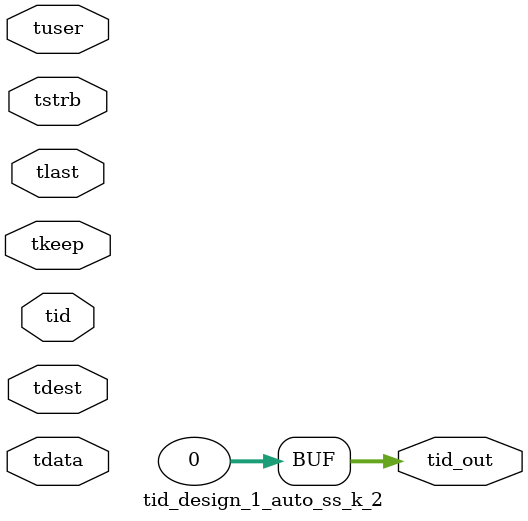
<source format=v>


`timescale 1ps/1ps

module tid_design_1_auto_ss_k_2 #
(
parameter C_S_AXIS_TID_WIDTH   = 1,
parameter C_S_AXIS_TUSER_WIDTH = 0,
parameter C_S_AXIS_TDATA_WIDTH = 0,
parameter C_S_AXIS_TDEST_WIDTH = 0,
parameter C_M_AXIS_TID_WIDTH   = 32
)
(
input  [(C_S_AXIS_TID_WIDTH   == 0 ? 1 : C_S_AXIS_TID_WIDTH)-1:0       ] tid,
input  [(C_S_AXIS_TDATA_WIDTH == 0 ? 1 : C_S_AXIS_TDATA_WIDTH)-1:0     ] tdata,
input  [(C_S_AXIS_TUSER_WIDTH == 0 ? 1 : C_S_AXIS_TUSER_WIDTH)-1:0     ] tuser,
input  [(C_S_AXIS_TDEST_WIDTH == 0 ? 1 : C_S_AXIS_TDEST_WIDTH)-1:0     ] tdest,
input  [(C_S_AXIS_TDATA_WIDTH/8)-1:0 ] tkeep,
input  [(C_S_AXIS_TDATA_WIDTH/8)-1:0 ] tstrb,
input                                                                    tlast,
output [(C_M_AXIS_TID_WIDTH   == 0 ? 1 : C_M_AXIS_TID_WIDTH)-1:0       ] tid_out
);

assign tid_out = {1'b0};

endmodule


</source>
